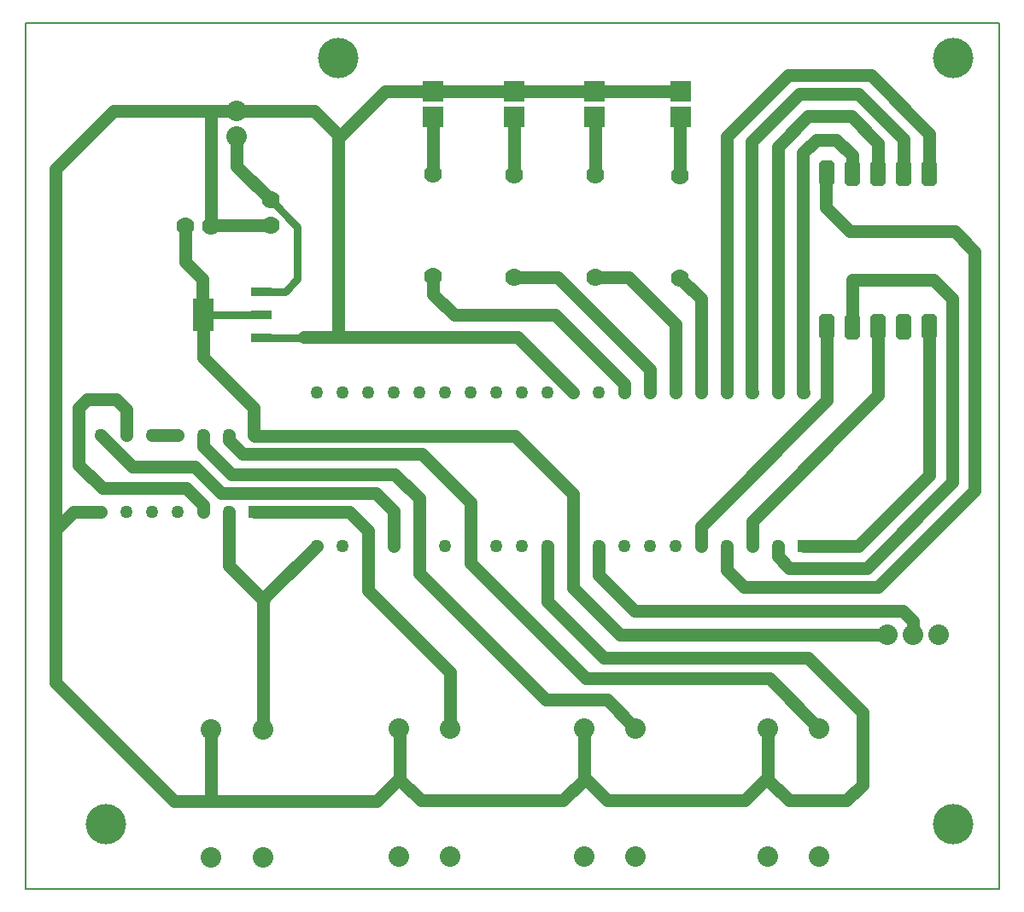
<source format=gbr>
G04 PROTEUS RS274X GERBER FILE*
%FSLAX45Y45*%
%MOMM*%
G01*
%ADD18C,1.270000*%
%ADD19C,0.762000*%
%ADD10R,1.270000X1.270000*%
%ADD11C,1.270000*%
%AMDIL002*
4,1,8,
-0.762000,0.965200,-0.457200,1.270000,0.457200,1.270000,0.762000,0.965200,0.762000,-0.965200,
0.457200,-1.270000,-0.457200,-1.270000,-0.762000,-0.965200,-0.762000,0.965200,
0*%
%ADD12DIL002*%
%ADD13C,2.032000*%
%ADD14R,2.032000X2.032000*%
%ADD15C,1.778000*%
%ADD16C,4.000000*%
%ADD70R,2.159000X0.939800*%
%ADD71R,2.159000X3.251200*%
%ADD17C,0.203200*%
D18*
X-4335500Y+1930000D02*
X-3936000Y+1930000D01*
X-3653000Y+1647000D01*
X-7272000Y+6891000D02*
X-7604000Y+7223000D01*
X-7604000Y+7522000D01*
X-4857000Y+7970000D02*
X-5061000Y+7970000D01*
X-5062000Y+7969000D01*
X-5658000Y+7969000D01*
X-4055000Y+7970000D02*
X-3208000Y+7970000D01*
X-5986500Y+1153500D02*
X-5986500Y+1326500D01*
X-7862741Y+921560D02*
X-7858000Y+926301D01*
X-7858000Y+1640000D01*
X-5986500Y+1153500D02*
X-6218440Y+921560D01*
X-7862741Y+921560D01*
X-7604000Y+7776000D02*
X-6839865Y+7776000D01*
X-6600000Y+7536135D01*
X-7862000Y+6635000D02*
X-7860000Y+6637000D01*
X-7272000Y+6637000D01*
X-7862000Y+6635000D02*
X-7862000Y+7776000D01*
X-7852000Y+7776000D01*
X-5986500Y+1326500D02*
X-5986500Y+1625500D01*
X-6002000Y+1641000D01*
X-2340000Y+1160000D02*
X-2340000Y+1330000D01*
X-4163000Y+1163000D02*
X-4163000Y+1463000D01*
X-4163000Y+1647000D01*
X-2340000Y+1160000D02*
X-2570000Y+930000D01*
X-3930000Y+930000D01*
X-4163000Y+1163000D01*
X-4163000Y+1137000D01*
X-4370000Y+930000D01*
X-5780000Y+930000D01*
X-5986500Y+1136500D01*
X-5986500Y+1153500D01*
X-2340000Y+1330000D02*
X-2340000Y+1645000D01*
X-4055000Y+7970000D02*
X-4057000Y+7972000D01*
X-4852000Y+7972000D01*
X-4852000Y+7975000D01*
X-4857000Y+7970000D01*
X-9400000Y+3616000D02*
X-9225000Y+3791000D01*
X-7604000Y+7776000D02*
X-7852000Y+7776000D01*
X-7938000Y+5753000D02*
X-7938000Y+5753001D01*
D19*
X-7701000Y+5753001D01*
X-7700999Y+5753000D01*
X-7358000Y+5753000D01*
D18*
X-8193000Y+4553000D02*
X-8447000Y+4553000D01*
D19*
X-6939000Y+5532500D02*
X-6930000Y+5532500D01*
X-6930000Y+5530000D01*
D18*
X-6939000Y+5532500D02*
X-6936500Y+5530000D01*
X-6930000Y+5530000D01*
X-4824000Y+5530000D01*
X-4275000Y+4981000D01*
X-7938000Y+5753000D02*
X-7948000Y+5753001D01*
X-7948000Y+6104000D01*
X-8116000Y+6272000D01*
X-8116000Y+6635000D01*
D19*
X-6930000Y+5530000D02*
X-6930000Y+5520000D01*
X-7093500Y+5520000D01*
X-7096500Y+5523000D01*
X-7358000Y+5523000D01*
X-7272000Y+6891000D02*
X-7002500Y+6621500D01*
X-7002500Y+6107500D01*
X-7127000Y+5983000D01*
X-7358000Y+5983000D01*
D18*
X-6307000Y+3420000D02*
X-6307000Y+3457000D01*
X-2497000Y+3457000D02*
X-2497000Y+3703000D01*
X-1246000Y+4954000D01*
X-1246000Y+5629000D01*
X-3005000Y+3457000D02*
X-3005000Y+3655000D01*
X-1754000Y+4906000D01*
X-1754000Y+5629000D01*
X-1989000Y+4981000D02*
X-1991957Y+4983957D01*
X-1991957Y+7358043D01*
X-1860000Y+7490000D01*
X-1660000Y+7490000D01*
X-1500000Y+7330000D01*
X-1500000Y+7153000D01*
X-2243000Y+4981000D02*
X-2243000Y+7417001D01*
X-1940001Y+7720000D01*
X-1510000Y+7720000D01*
X-1246000Y+7456000D01*
X-1246000Y+7153000D01*
X-2497000Y+4981000D02*
X-2499410Y+4983410D01*
X-2499410Y+7470590D01*
X-2030000Y+7940000D01*
X-1440001Y+7940000D01*
X-992000Y+7491999D01*
X-992000Y+7153000D01*
X-2751000Y+4981000D02*
X-2751000Y+7519000D01*
X-2140000Y+8130000D01*
X-1320000Y+8130000D01*
X-740000Y+7550000D01*
X-740000Y+7153000D01*
X-738000Y+7153000D01*
X-9225000Y+3791000D02*
X-8955000Y+3791000D01*
X-5799000Y+3457000D02*
X-5799000Y+3929000D01*
X-6040000Y+4170000D01*
X-7660000Y+4170000D01*
X-7939000Y+4449000D01*
X-7939000Y+4553000D01*
X-5291000Y+3457000D02*
X-5290988Y+3890987D01*
X-5770001Y+4370000D01*
X-7550000Y+4370000D01*
X-7685000Y+4505000D01*
X-7685000Y+4553000D01*
X-6815000Y+3457000D02*
X-7298000Y+2974000D01*
X-7348000Y+2924000D01*
X-7938000Y+5753000D02*
X-7938000Y+5328000D01*
X-7440000Y+4830000D01*
X-7440000Y+4559000D01*
X-7431000Y+4550000D01*
X-7431000Y+4553000D01*
X-4275000Y+3457000D02*
X-4275000Y+3975000D01*
X-4850000Y+4550000D01*
X-7431000Y+4550000D01*
X-4335500Y+1930000D02*
X-4540000Y+1930000D01*
X-5799000Y+3189000D01*
X-5799000Y+3457000D01*
X-2340000Y+1160000D02*
X-2340000Y+1140000D01*
X-2130000Y+930000D01*
X-1560000Y+930000D01*
X-1400000Y+1090000D01*
X-1400000Y+1808000D01*
X-1942000Y+2350000D01*
X-3970000Y+2350000D01*
X-4529000Y+2909000D01*
X-4529000Y+3457000D01*
X-4275000Y+3457000D02*
X-4275000Y+3045000D01*
X-3808000Y+2578000D01*
X-1151000Y+2578000D01*
X-4021000Y+3457000D02*
X-4021000Y+3171000D01*
X-3665000Y+2815000D01*
X-998600Y+2815000D01*
X-897000Y+2713400D01*
X-897000Y+2578000D01*
X-5291000Y+3457000D02*
X-5291000Y+3291000D01*
X-4140000Y+2140000D01*
X-2325000Y+2140000D01*
X-1830000Y+1645000D01*
X-7348000Y+2924000D02*
X-7348000Y+1640000D01*
X-6307000Y+3420000D02*
X-6307000Y+3017000D01*
X-5492000Y+2202000D01*
X-5492000Y+1641000D01*
X-6307000Y+3457000D02*
X-6307000Y+3607000D01*
X-6491000Y+3791000D01*
X-7431000Y+3791000D01*
X-6053000Y+3457000D02*
X-6053000Y+3803000D01*
X-6230000Y+3980000D01*
X-7760000Y+3980000D01*
X-8020000Y+4240000D01*
X-8642000Y+4240000D01*
X-8955000Y+4553000D01*
X-3767000Y+4981000D02*
X-3767000Y+5067000D01*
X-4450000Y+5750000D01*
X-5450000Y+5750000D01*
X-5657000Y+5957000D01*
X-5657000Y+6133000D01*
X-3209000Y+6113000D02*
X-3005000Y+5909000D01*
X-3005000Y+4981000D01*
X-3259000Y+4981000D02*
X-3259000Y+5659000D01*
X-3723000Y+6123000D01*
X-4049000Y+6123000D01*
X-3513000Y+4981000D02*
X-3513000Y+5213001D01*
X-4422999Y+6123000D01*
X-4858000Y+6123000D01*
X-9400000Y+3616000D02*
X-9400000Y+7200001D01*
X-8824001Y+7776000D01*
X-7862000Y+7776000D01*
X-7862741Y+921560D02*
X-8221560Y+921560D01*
X-9400000Y+2100000D01*
X-9400000Y+3616000D01*
X-8701000Y+4553000D02*
X-8701000Y+4811000D01*
X-8800000Y+4910000D01*
X-9090001Y+4910000D01*
X-9170000Y+4830001D01*
X-9170000Y+4260000D01*
X-8940000Y+4030000D01*
X-8110000Y+4030000D01*
X-7939000Y+3859000D01*
X-7939000Y+3791000D01*
X-7685000Y+3791000D02*
X-7685000Y+3261000D01*
X-7348000Y+2924000D01*
X-4055000Y+7716000D02*
X-4049000Y+7710000D01*
X-4049000Y+7139000D01*
X-4857000Y+7716000D02*
X-4858000Y+7715000D01*
X-4858000Y+7139000D01*
X-3208000Y+7716000D02*
X-3209000Y+7715000D01*
X-3209000Y+7129000D01*
X-5658000Y+7715000D02*
X-5657000Y+7714000D01*
X-5657000Y+7149000D01*
X-5658000Y+7969000D02*
X-6130999Y+7969000D01*
X-6600000Y+7499999D01*
X-6600000Y+7536135D01*
X-6600000Y+7499999D02*
X-6600000Y+5532500D01*
X-6930000Y+5532500D01*
X-1989000Y+3457000D02*
X-1443000Y+3457000D01*
X-738000Y+4162000D01*
X-738000Y+5629000D01*
X-2243000Y+3457000D02*
X-2243000Y+3353000D01*
X-2130000Y+3240000D01*
X-1360000Y+3240000D01*
X-510000Y+4090000D01*
X-510000Y+5910000D01*
X-700000Y+6100000D01*
X-1500000Y+6100000D01*
X-1500000Y+5629000D01*
X-2751000Y+3457000D02*
X-2751000Y+3221000D01*
X-2580000Y+3050000D01*
X-1250000Y+3050000D01*
X-290000Y+4010000D01*
X-290000Y+6380000D01*
X-490000Y+6580000D01*
X-1530000Y+6580000D01*
X-1764000Y+6814000D01*
X-1764000Y+7153000D01*
X-1754000Y+7153000D01*
D10*
X-1989000Y+3457000D03*
D11*
X-2243000Y+3457000D03*
X-2497000Y+3457000D03*
X-2751000Y+3457000D03*
X-3005000Y+3457000D03*
X-3259000Y+3457000D03*
X-3513000Y+3457000D03*
X-3767000Y+3457000D03*
X-4021000Y+3457000D03*
X-4275000Y+3457000D03*
X-4529000Y+3457000D03*
X-4783000Y+3457000D03*
X-5037000Y+3457000D03*
X-5291000Y+3457000D03*
X-5545000Y+3457000D03*
X-5799000Y+3457000D03*
X-6053000Y+3457000D03*
X-6307000Y+3457000D03*
X-6561000Y+3457000D03*
X-6815000Y+3457000D03*
X-6815000Y+4981000D03*
X-6561000Y+4981000D03*
X-6307000Y+4981000D03*
X-6053000Y+4981000D03*
X-5799000Y+4981000D03*
X-5545000Y+4981000D03*
X-5291000Y+4981000D03*
X-5037000Y+4981000D03*
X-4783000Y+4981000D03*
X-4529000Y+4981000D03*
X-4275000Y+4981000D03*
X-4021000Y+4981000D03*
X-3767000Y+4981000D03*
X-3513000Y+4981000D03*
X-3259000Y+4981000D03*
X-3005000Y+4981000D03*
X-2751000Y+4981000D03*
X-2497000Y+4981000D03*
X-2243000Y+4981000D03*
X-1989000Y+4981000D03*
D12*
X-1500000Y+7153000D03*
X-1754000Y+7153000D03*
X-1500000Y+5629000D03*
X-1246000Y+7153000D03*
X-1246000Y+5629000D03*
X-992000Y+5629000D03*
X-1754000Y+5629000D03*
X-738000Y+5629000D03*
X-738000Y+7153000D03*
X-992000Y+7153000D03*
D10*
X-7431000Y+3791000D03*
D11*
X-7685000Y+3791000D03*
X-7939000Y+3791000D03*
X-8193000Y+3791000D03*
X-8447000Y+3791000D03*
X-8701000Y+3791000D03*
X-8955000Y+3791000D03*
X-8955000Y+4553000D03*
X-8701000Y+4553000D03*
X-8447000Y+4553000D03*
X-8193000Y+4553000D03*
X-7939000Y+4553000D03*
X-7685000Y+4553000D03*
X-7431000Y+4553000D03*
D13*
X-7604000Y+7776000D03*
X-7604000Y+7522000D03*
X-1830000Y+1645000D03*
X-2340000Y+1645000D03*
X-1830000Y+375000D03*
X-2340000Y+375000D03*
X-3653000Y+1647000D03*
X-4163000Y+1647000D03*
X-3653000Y+377000D03*
X-4163000Y+377000D03*
X-5492000Y+1641000D03*
X-6002000Y+1641000D03*
X-5492000Y+371000D03*
X-6002000Y+371000D03*
X-7348000Y+1640000D03*
X-7858000Y+1640000D03*
X-7348000Y+370000D03*
X-7858000Y+370000D03*
X-1151000Y+2578000D03*
X-897000Y+2578000D03*
X-643000Y+2578000D03*
D14*
X-4055000Y+7716000D03*
X-4055000Y+7970000D03*
D15*
X-4049000Y+7139000D03*
X-4049000Y+6123000D03*
D14*
X-4857000Y+7716000D03*
X-4857000Y+7970000D03*
D15*
X-4858000Y+7139000D03*
X-4858000Y+6123000D03*
D14*
X-3208000Y+7716000D03*
X-3208000Y+7970000D03*
D15*
X-3209000Y+7129000D03*
X-3209000Y+6113000D03*
D14*
X-5658000Y+7715000D03*
X-5658000Y+7969000D03*
D15*
X-5657000Y+7149000D03*
X-5657000Y+6133000D03*
D16*
X-500000Y+8300000D03*
X-6600000Y+8300000D03*
D70*
X-7358000Y+5523000D03*
X-7358000Y+5753000D03*
X-7358000Y+5983000D03*
D71*
X-7938000Y+5753000D03*
D15*
X-8116000Y+6635000D03*
X-7862000Y+6635000D03*
X-7272000Y+6891000D03*
X-7272000Y+6637000D03*
D16*
X-500000Y+700000D03*
X-8900000Y+700000D03*
D17*
X-9700000Y+50000D02*
X-50000Y+50000D01*
X-50000Y+8650000D01*
X-9700000Y+8650000D01*
X-9700000Y+50000D01*
M02*

</source>
